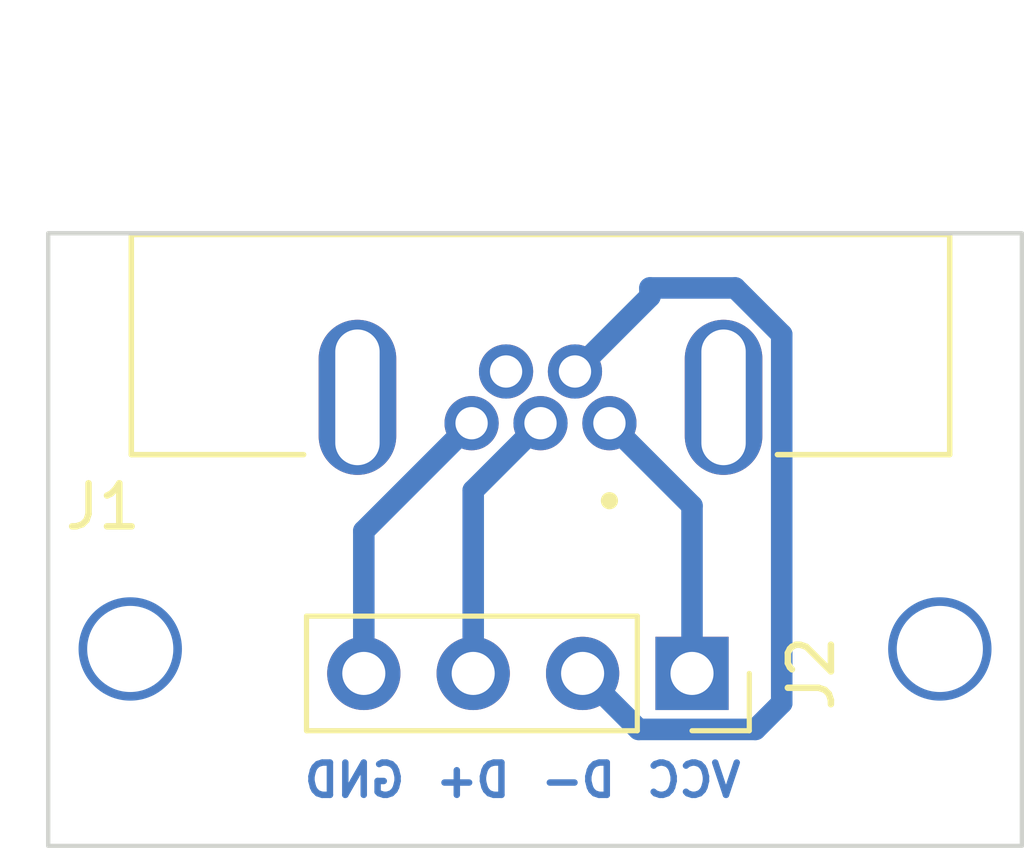
<source format=kicad_pcb>
(kicad_pcb (version 20211014) (generator pcbnew)
  (layers (0 "F.Cu" signal) (31 "B.Cu" signal) (34 "B.Paste" user) (35 "F.Paste" user) (36 "B.SilkS" user "B.Silkscreen") (37 "F.SilkS" user "F.Silkscreen") (38 "B.Mask" user) (39 "F.Mask" user) (44 "Edge.Cuts" user))
  (net 0 "")
  (net 3 "/VCC")
  (net 4 "/D-")
  (net 5 "/D+")
  (net 6 "/GND")
  (footprint "Connector_PinSocket_2.54mm:PinSocket_1x04_P2.54mm_Vertical" (layer "F.Cu") (at 39.4585 33.588 -90)
    (fp_text reference "J2" (at 0 -2.77 90) (layer "F.SilkS"))
    (fp_text value "Conn_01x04" hide)
    (fp_line (start -1.33 1.27) (end -1.33 8.95) (layer "F.SilkS") (width 0.12))
    (fp_line (start -1.33 8.95) (end 1.33 8.95) (layer "F.SilkS") (width 0.12))
    (fp_line (start 1.33 -1.33) (end 1.33 0) (layer "F.SilkS") (width 0.12))
    (fp_line (start 0 -1.33) (end 1.33 -1.33) (layer "F.SilkS") (width 0.12))
    (fp_line (start 1.33 1.27) (end 1.33 8.95) (layer "F.SilkS") (width 0.12))
    (fp_line (start -1.33 1.27) (end 1.33 1.27) (layer "F.SilkS") (width 0.12))
    (pad "1" thru_hole rect (at 0 0 270) (size 1.7 1.7) (drill 1) (layers *.Cu *.Mask) (net 3 "/VCC"))
    (pad "2" thru_hole oval (at 0 2.54 270) (size 1.7 1.7) (drill 1) (layers *.Cu *.Mask) (net 4 "/D-"))
    (pad "3" thru_hole oval (at 0 5.08 270) (size 1.7 1.7) (drill 1) (layers *.Cu *.Mask) (net 5 "/D+"))
    (pad "4" thru_hole oval (at 0 7.62 270) (size 1.7 1.7) (drill 1) (layers *.Cu *.Mask) (net 6 "/GND"))
  )
  (footprint "USB:AMPHENOL_MUSBB15134" (layer "F.Cu") (at 35.941 27.178 180)
    (fp_text reference "J1" (at 10.16 -2.54) (layer "F.SilkS"))
    (fp_text value "MUSBB15134")
    (fp_line (start -9.5 3.78) (end -9.5 -1.33) (layer "F.SilkS") (width 0.127))
    (fp_line (start 9.5 3.78) (end 9.5 -1.33) (layer "F.SilkS") (width 0.127))
    (fp_line (start 9.5 -1.33) (end 5.5 -1.33) (layer "F.SilkS") (width 0.127))
    (fp_line (start -9.5 -1.33) (end -5.5 -1.33) (layer "F.SilkS") (width 0.127))
    (fp_line (start -9.5 3.78) (end 9.5 3.78) (layer "F.SilkS") (width 0.127))
    (fp_circle (center -1.6 -2.4) (end -1.5 -2.4) (layer "F.SilkS") (width 0.2) (fill none))
    (pad "1" thru_hole circle (at -1.6 -0.6 180) (size 1.258 1.258) (drill 0.75) (layers *.Cu *.Mask) (net 3 "/VCC"))
    (pad "2" thru_hole circle (at -0.8 0.6 180) (size 1.258 1.258) (drill 0.75) (layers *.Cu *.Mask) (net 4 "/D-"))
    (pad "3" thru_hole circle (at 0 -0.6 180) (size 1.258 1.258) (drill 0.75) (layers *.Cu *.Mask) (net 5 "/D+"))
    (pad "4" thru_hole circle (at 0.8 0.6 180) (size 1.258 1.258) (drill 0.75) (layers *.Cu *.Mask))
    (pad "5" thru_hole circle (at 1.6 -0.6 180) (size 1.258 1.258) (drill 0.75) (layers *.Cu *.Mask) (net 6 "/GND"))
    (pad "S1" thru_hole oval (at -4.25 0 180) (size 1.8 3.6) (drill oval 1.03 3.15) (layers *.Cu *.Mask))
    (pad "S2" thru_hole oval (at 4.25 0 180) (size 1.8 3.6) (drill oval 1.03 3.15) (layers *.Cu *.Mask))
  )
  (gr_circle (center 45.212 33.02) (end 46.312 33.02) (layer "B.Cu") (width 0.2) (fill none))
  (gr_circle (center 26.416 33.02) (end 27.516 33.02) (layer "B.Cu") (width 0.2) (fill none))
  (gr_rect (start 24.511 37.592) (end 47.117 23.368) (layer "Edge.Cuts") (width 0.1) (fill none))
  (gr_text "VCC" (at 39.497 36.068) (layer "B.Cu") (effects (font (size 0.75 0.75)) (justify mirror)))
  (gr_text "D+" (at 34.372666 36.068) (layer "B.Cu") (effects (font (size 0.75 0.75)) (justify mirror)))
  (gr_text "GND" (at 31.623 36.068) (layer "B.Cu") (effects (font (size 0.75 0.75)) (justify mirror)))
  (gr_text "D-" (at 36.818761 36.068) (layer "B.Cu") (effects (font (size 0.75 0.75)) (justify mirror)))
  (segment (start 37.541 27.778) (end 39.4585 29.6955) (width 0.5) (layer "B.Cu") (net 3))
  (segment (start 39.4585 29.6955) (end 39.4585 33.588) (width 0.5) (layer "B.Cu") (net 3))
  (segment (start 40.460188 24.638) (end 41.541 25.718812) (width 0.5) (layer "B.Cu") (net 4))
  (segment (start 41.541 25.718812) (end 41.541 34.278) (width 0.5) (layer "B.Cu") (net 4))
  (segment (start 38.481 24.638) (end 40.460188 24.638) (width 0.5) (layer "B.Cu") (net 4))
  (segment (start 38.481 24.838) (end 38.481 24.638) (width 0.5) (layer "B.Cu") (net 4))
  (segment (start 36.741 26.578) (end 38.481 24.838) (width 0.5) (layer "B.Cu") (net 4))
  (segment (start 38.2185 34.888) (end 36.9185 33.588) (width 0.5) (layer "B.Cu") (net 4))
  (segment (start 40.931 34.888) (end 38.2185 34.888) (width 0.5) (layer "B.Cu") (net 4))
  (segment (start 41.541 34.278) (end 40.931 34.888) (width 0.5) (layer "B.Cu") (net 4))
  (segment (start 34.3785 29.3405) (end 34.3785 33.588) (width 0.5) (layer "B.Cu") (net 5))
  (segment (start 35.941 27.778) (end 34.3785 29.3405) (width 0.5) (layer "B.Cu") (net 5))
  (segment (start 34.341 27.778) (end 31.8385 30.2805) (width 0.5) (layer "B.Cu") (net 6))
  (segment (start 31.8385 30.2805) (end 31.8385 33.588) (width 0.5) (layer "B.Cu") (net 6))
)
</source>
